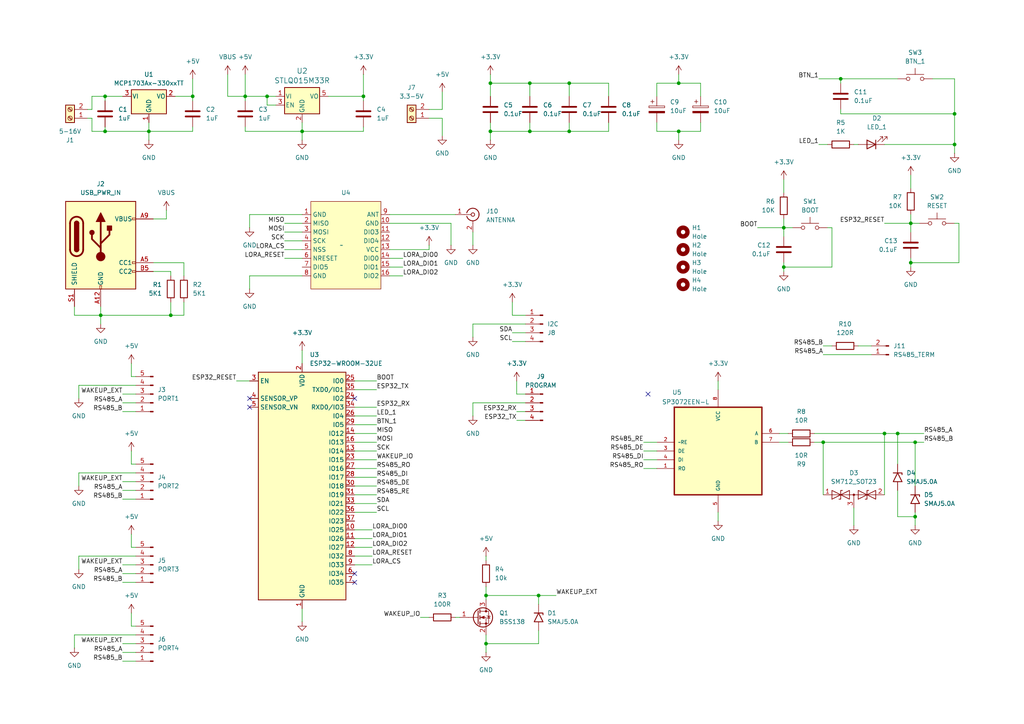
<source format=kicad_sch>
(kicad_sch (version 20250114) (generator "eeschema") (generator_version "9.0")
  (paper "A4")
  (title_block (title "Weather Station Controller Board") (date "2024-09-01") (rev "2.0.0") (company "Artichoke Technologies"))
  (junction (at 243.84 22.86))
  (junction (at 265.43 149.86))
  (junction (at 140.97 186.69))
  (junction (at 71.12 27.94))
  (junction (at 264.16 64.77))
  (junction (at 55.88 27.94))
  (junction (at 140.97 172.72))
  (junction (at 43.18 38.1))
  (junction (at 196.85 24.13))
  (junction (at 260.35 125.73))
  (junction (at 30.48 38.1))
  (junction (at 153.67 38.1))
  (junction (at 238.76 128.27))
  (junction (at 156.21 172.72))
  (junction (at 265.43 128.27))
  (junction (at 30.48 27.94))
  (junction (at 227.33 77.47))
  (junction (at 264.16 76.2))
  (junction (at 142.24 24.13))
  (junction (at 165.1 24.13))
  (junction (at 276.86 33.02))
  (junction (at 165.1 38.1))
  (junction (at 276.86 41.91))
  (junction (at 77.47 27.94))
  (junction (at 49.53 91.44))
  (junction (at 227.33 66.04))
  (junction (at 196.85 38.1))
  (junction (at 256.54 125.73))
  (junction (at 29.21 91.44))
  (junction (at 153.67 24.13))
  (junction (at 87.63 38.1))
  (junction (at 142.24 38.1))
  (junction (at 105.41 27.94))
  (no_connect (at 102.87 115.57))
  (no_connect (at 72.39 115.57))
  (no_connect (at 72.39 118.11))
  (no_connect (at 102.87 166.37))
  (no_connect (at 102.87 168.91))
  (no_connect (at 187.96 114.3))
  (wire (pts (xy 82.55 64.77) (xy 87.63 64.77)))
  (wire (pts (xy 156.21 182.88) (xy 156.21 186.69)))
  (wire (pts (xy 128.27 26.67) (xy 128.27 31.75)))
  (wire (pts (xy 165.1 24.13) (xy 176.53 24.13)))
  (wire (pts (xy 66.04 27.94) (xy 71.12 27.94)))
  (wire (pts (xy 35.56 114.3) (xy 39.37 114.3)))
  (wire (pts (xy 140.97 184.15) (xy 140.97 186.69)))
  (wire (pts (xy 49.53 78.74) (xy 49.53 80.01)))
  (wire (pts (xy 243.84 31.75) (xy 243.84 33.02)))
  (wire (pts (xy 38.1 177.8) (xy 38.1 181.61)))
  (wire (pts (xy 203.2 38.1) (xy 196.85 38.1)))
  (wire (pts (xy 102.87 110.49) (xy 109.22 110.49)))
  (wire (pts (xy 95.25 27.94) (xy 105.41 27.94)))
  (wire (pts (xy 140.97 172.72) (xy 156.21 172.72)))
  (wire (pts (xy 22.86 111.76) (xy 22.86 115.57)))
  (wire (pts (xy 105.41 27.94) (xy 105.41 29.21)))
  (wire (pts (xy 26.67 27.94) (xy 30.48 27.94)))
  (wire (pts (xy 137.16 116.84) (xy 137.16 120.65)))
  (wire (pts (xy 256.54 41.91) (xy 276.86 41.91)))
  (wire (pts (xy 165.1 24.13) (xy 165.1 27.94)))
  (wire (pts (xy 266.7 64.77) (xy 264.16 64.77)))
  (wire (pts (xy 264.16 64.77) (xy 264.16 67.31)))
  (wire (pts (xy 113.03 74.93) (xy 116.84 74.93)))
  (wire (pts (xy 256.54 125.73) (xy 256.54 143.51)))
  (wire (pts (xy 156.21 186.69) (xy 140.97 186.69)))
  (wire (pts (xy 22.86 137.16) (xy 22.86 140.97)))
  (wire (pts (xy 176.53 24.13) (xy 176.53 27.94)))
  (wire (pts (xy 260.35 125.73) (xy 267.97 125.73)))
  (wire (pts (xy 130.81 64.77) (xy 130.81 71.12)))
  (wire (pts (xy 77.47 30.48) (xy 77.47 27.94)))
  (wire (pts (xy 113.03 62.23) (xy 132.08 62.23)))
  (wire (pts (xy 30.48 27.94) (xy 35.56 27.94)))
  (wire (pts (xy 276.86 64.77) (xy 278.13 64.77)))
  (wire (pts (xy 124.46 71.12) (xy 124.46 72.39)))
  (wire (pts (xy 113.03 64.77) (xy 130.81 64.77)))
  (wire (pts (xy 113.03 72.39) (xy 124.46 72.39)))
  (wire (pts (xy 238.76 100.33) (xy 241.3 100.33)))
  (wire (pts (xy 82.55 69.85) (xy 87.63 69.85)))
  (wire (pts (xy 248.92 100.33) (xy 252.73 100.33)))
  (wire (pts (xy 35.56 191.77) (xy 39.37 191.77)))
  (wire (pts (xy 153.67 35.56) (xy 153.67 38.1)))
  (wire (pts (xy 44.45 63.5) (xy 48.26 63.5)))
  (wire (pts (xy 264.16 76.2) (xy 264.16 77.47)))
  (wire (pts (xy 140.97 172.72) (xy 140.97 173.99)))
  (wire (pts (xy 55.88 22.86) (xy 55.88 27.94)))
  (wire (pts (xy 39.37 111.76) (xy 22.86 111.76)))
  (wire (pts (xy 102.87 138.43) (xy 109.22 138.43)))
  (wire (pts (xy 132.08 179.07) (xy 133.35 179.07)))
  (wire (pts (xy 102.87 161.29) (xy 107.95 161.29)))
  (wire (pts (xy 186.69 133.35) (xy 190.5 133.35)))
  (wire (pts (xy 238.76 128.27) (xy 238.76 143.51)))
  (wire (pts (xy 71.12 36.83) (xy 71.12 38.1)))
  (wire (pts (xy 137.16 67.31) (xy 137.16 71.12)))
  (wire (pts (xy 226.06 125.73) (xy 228.6 125.73)))
  (wire (pts (xy 196.85 24.13) (xy 203.2 24.13)))
  (wire (pts (xy 87.63 62.23) (xy 72.39 62.23)))
  (wire (pts (xy 38.1 154.94) (xy 38.1 158.75)))
  (wire (pts (xy 30.48 38.1) (xy 43.18 38.1)))
  (wire (pts (xy 44.45 76.2) (xy 53.34 76.2)))
  (wire (pts (xy 276.86 33.02) (xy 276.86 41.91)))
  (wire (pts (xy 102.87 118.11) (xy 109.22 118.11)))
  (wire (pts (xy 29.21 91.44) (xy 29.21 93.98)))
  (wire (pts (xy 278.13 76.2) (xy 264.16 76.2)))
  (wire (pts (xy 186.69 135.89) (xy 190.5 135.89)))
  (wire (pts (xy 35.56 142.24) (xy 39.37 142.24)))
  (wire (pts (xy 142.24 38.1) (xy 142.24 40.64)))
  (wire (pts (xy 87.63 35.56) (xy 87.63 38.1)))
  (wire (pts (xy 276.86 22.86) (xy 276.86 33.02)))
  (wire (pts (xy 26.67 34.29) (xy 26.67 38.1)))
  (wire (pts (xy 226.06 128.27) (xy 228.6 128.27)))
  (wire (pts (xy 152.4 116.84) (xy 137.16 116.84)))
  (wire (pts (xy 227.33 66.04) (xy 227.33 68.58)))
  (wire (pts (xy 102.87 146.05) (xy 109.22 146.05)))
  (wire (pts (xy 113.03 77.47) (xy 116.84 77.47)))
  (wire (pts (xy 142.24 24.13) (xy 153.67 24.13)))
  (wire (pts (xy 237.49 41.91) (xy 240.03 41.91)))
  (wire (pts (xy 35.56 116.84) (xy 39.37 116.84)))
  (wire (pts (xy 30.48 27.94) (xy 30.48 29.21)))
  (wire (pts (xy 22.86 161.29) (xy 22.86 165.1)))
  (wire (pts (xy 49.53 91.44) (xy 53.34 91.44)))
  (wire (pts (xy 102.87 120.65) (xy 109.22 120.65)))
  (wire (pts (xy 264.16 64.77) (xy 256.54 64.77)))
  (wire (pts (xy 142.24 38.1) (xy 153.67 38.1)))
  (wire (pts (xy 49.53 87.63) (xy 49.53 91.44)))
  (wire (pts (xy 72.39 80.01) (xy 72.39 83.82)))
  (wire (pts (xy 186.69 130.81) (xy 190.5 130.81)))
  (wire (pts (xy 190.5 38.1) (xy 190.5 35.56)))
  (wire (pts (xy 87.63 101.6) (xy 87.63 105.41)))
  (wire (pts (xy 142.24 27.94) (xy 142.24 24.13)))
  (wire (pts (xy 35.56 119.38) (xy 39.37 119.38)))
  (wire (pts (xy 243.84 22.86) (xy 260.35 22.86)))
  (wire (pts (xy 260.35 149.86) (xy 265.43 149.86)))
  (wire (pts (xy 196.85 38.1) (xy 196.85 40.64)))
  (wire (pts (xy 241.3 77.47) (xy 227.33 77.47)))
  (wire (pts (xy 264.16 74.93) (xy 264.16 76.2)))
  (wire (pts (xy 53.34 76.2) (xy 53.34 80.01)))
  (wire (pts (xy 102.87 123.19) (xy 109.22 123.19)))
  (wire (pts (xy 48.26 63.5) (xy 48.26 60.96)))
  (wire (pts (xy 21.59 91.44) (xy 29.21 91.44)))
  (wire (pts (xy 265.43 128.27) (xy 265.43 140.97)))
  (wire (pts (xy 208.28 110.49) (xy 208.28 113.03)))
  (wire (pts (xy 71.12 27.94) (xy 77.47 27.94)))
  (wire (pts (xy 208.28 148.59) (xy 208.28 151.13)))
  (wire (pts (xy 247.65 147.32) (xy 247.65 152.4)))
  (wire (pts (xy 102.87 125.73) (xy 109.22 125.73)))
  (wire (pts (xy 124.46 34.29) (xy 128.27 34.29)))
  (wire (pts (xy 29.21 91.44) (xy 49.53 91.44)))
  (wire (pts (xy 26.67 31.75) (xy 26.67 27.94)))
  (wire (pts (xy 137.16 93.98) (xy 137.16 97.79)))
  (wire (pts (xy 21.59 88.9) (xy 21.59 91.44)))
  (wire (pts (xy 25.4 34.29) (xy 26.67 34.29)))
  (wire (pts (xy 264.16 50.8) (xy 264.16 54.61)))
  (wire (pts (xy 29.21 88.9) (xy 29.21 91.44)))
  (wire (pts (xy 190.5 24.13) (xy 196.85 24.13)))
  (wire (pts (xy 71.12 29.21) (xy 71.12 27.94)))
  (wire (pts (xy 227.33 66.04) (xy 219.71 66.04)))
  (wire (pts (xy 227.33 77.47) (xy 227.33 78.74)))
  (wire (pts (xy 55.88 36.83) (xy 55.88 38.1)))
  (wire (pts (xy 102.87 133.35) (xy 109.22 133.35)))
  (wire (pts (xy 142.24 38.1) (xy 142.24 35.56)))
  (wire (pts (xy 153.67 24.13) (xy 165.1 24.13)))
  (wire (pts (xy 39.37 137.16) (xy 22.86 137.16)))
  (wire (pts (xy 241.3 66.04) (xy 241.3 77.47)))
  (wire (pts (xy 102.87 148.59) (xy 109.22 148.59)))
  (wire (pts (xy 124.46 31.75) (xy 128.27 31.75)))
  (wire (pts (xy 102.87 140.97) (xy 109.22 140.97)))
  (wire (pts (xy 105.41 21.59) (xy 105.41 27.94)))
  (wire (pts (xy 227.33 66.04) (xy 227.33 63.5)))
  (wire (pts (xy 153.67 24.13) (xy 153.67 27.94)))
  (wire (pts (xy 148.59 87.63) (xy 148.59 91.44)))
  (wire (pts (xy 140.97 161.29) (xy 140.97 162.56)))
  (wire (pts (xy 38.1 181.61) (xy 39.37 181.61)))
  (wire (pts (xy 35.56 144.78) (xy 39.37 144.78)))
  (wire (pts (xy 55.88 27.94) (xy 55.88 29.21)))
  (wire (pts (xy 43.18 38.1) (xy 55.88 38.1)))
  (wire (pts (xy 265.43 149.86) (xy 265.43 152.4)))
  (wire (pts (xy 44.45 78.74) (xy 49.53 78.74)))
  (wire (pts (xy 25.4 31.75) (xy 26.67 31.75)))
  (wire (pts (xy 35.56 186.69) (xy 39.37 186.69)))
  (wire (pts (xy 35.56 139.7) (xy 39.37 139.7)))
  (wire (pts (xy 50.8 27.94) (xy 55.88 27.94)))
  (wire (pts (xy 128.27 34.29) (xy 128.27 39.37)))
  (wire (pts (xy 165.1 35.56) (xy 165.1 38.1)))
  (wire (pts (xy 148.59 96.52) (xy 152.4 96.52)))
  (wire (pts (xy 276.86 41.91) (xy 276.86 44.45)))
  (wire (pts (xy 260.35 125.73) (xy 260.35 134.62)))
  (wire (pts (xy 30.48 36.83) (xy 30.48 38.1)))
  (wire (pts (xy 43.18 38.1) (xy 43.18 40.64)))
  (wire (pts (xy 38.1 134.62) (xy 39.37 134.62)))
  (wire (pts (xy 102.87 143.51) (xy 109.22 143.51)))
  (wire (pts (xy 243.84 22.86) (xy 243.84 24.13)))
  (wire (pts (xy 196.85 21.59) (xy 196.85 24.13)))
  (wire (pts (xy 238.76 128.27) (xy 265.43 128.27)))
  (wire (pts (xy 39.37 184.15) (xy 21.59 184.15)))
  (wire (pts (xy 105.41 38.1) (xy 105.41 36.83)))
  (wire (pts (xy 102.87 113.03) (xy 109.22 113.03)))
  (wire (pts (xy 149.86 110.49) (xy 149.86 114.3)))
  (wire (pts (xy 156.21 172.72) (xy 156.21 175.26)))
  (wire (pts (xy 71.12 21.59) (xy 71.12 27.94)))
  (wire (pts (xy 102.87 163.83) (xy 107.95 163.83)))
  (wire (pts (xy 190.5 27.94) (xy 190.5 24.13)))
  (wire (pts (xy 186.69 128.27) (xy 190.5 128.27)))
  (wire (pts (xy 243.84 33.02) (xy 276.86 33.02)))
  (wire (pts (xy 35.56 163.83) (xy 39.37 163.83)))
  (wire (pts (xy 38.1 130.81) (xy 38.1 134.62)))
  (wire (pts (xy 236.22 128.27) (xy 238.76 128.27)))
  (wire (pts (xy 142.24 21.59) (xy 142.24 24.13)))
  (wire (pts (xy 87.63 176.53) (xy 87.63 180.34)))
  (wire (pts (xy 240.03 66.04) (xy 241.3 66.04)))
  (wire (pts (xy 203.2 24.13) (xy 203.2 27.94)))
  (wire (pts (xy 68.58 110.49) (xy 72.39 110.49)))
  (wire (pts (xy 148.59 99.06) (xy 152.4 99.06)))
  (wire (pts (xy 229.87 66.04) (xy 227.33 66.04)))
  (wire (pts (xy 152.4 119.38) (xy 149.86 119.38)))
  (wire (pts (xy 176.53 38.1) (xy 165.1 38.1)))
  (wire (pts (xy 113.03 80.01) (xy 116.84 80.01)))
  (wire (pts (xy 260.35 142.24) (xy 260.35 149.86)))
  (wire (pts (xy 71.12 38.1) (xy 87.63 38.1)))
  (wire (pts (xy 237.49 22.86) (xy 243.84 22.86)))
  (wire (pts (xy 38.1 158.75) (xy 39.37 158.75)))
  (wire (pts (xy 152.4 114.3) (xy 149.86 114.3)))
  (wire (pts (xy 38.1 109.22) (xy 39.37 109.22)))
  (wire (pts (xy 196.85 38.1) (xy 190.5 38.1)))
  (wire (pts (xy 227.33 52.07) (xy 227.33 55.88)))
  (wire (pts (xy 102.87 158.75) (xy 107.95 158.75)))
  (wire (pts (xy 72.39 62.23) (xy 72.39 66.04)))
  (wire (pts (xy 270.51 22.86) (xy 276.86 22.86)))
  (wire (pts (xy 77.47 27.94) (xy 80.01 27.94)))
  (wire (pts (xy 256.54 125.73) (xy 260.35 125.73)))
  (wire (pts (xy 43.18 38.1) (xy 43.18 35.56)))
  (wire (pts (xy 102.87 135.89) (xy 109.22 135.89)))
  (wire (pts (xy 152.4 91.44) (xy 148.59 91.44)))
  (wire (pts (xy 264.16 64.77) (xy 264.16 62.23)))
  (wire (pts (xy 203.2 35.56) (xy 203.2 38.1)))
  (wire (pts (xy 278.13 64.77) (xy 278.13 76.2)))
  (wire (pts (xy 121.92 179.07) (xy 124.46 179.07)))
  (wire (pts (xy 21.59 184.15) (xy 21.59 187.96)))
  (wire (pts (xy 152.4 121.92) (xy 149.86 121.92)))
  (wire (pts (xy 238.76 102.87) (xy 252.73 102.87)))
  (wire (pts (xy 176.53 35.56) (xy 176.53 38.1)))
  (wire (pts (xy 39.37 161.29) (xy 22.86 161.29)))
  (wire (pts (xy 152.4 93.98) (xy 137.16 93.98)))
  (wire (pts (xy 236.22 125.73) (xy 256.54 125.73)))
  (wire (pts (xy 82.55 72.39) (xy 87.63 72.39)))
  (wire (pts (xy 156.21 172.72) (xy 161.29 172.72)))
  (wire (pts (xy 66.04 21.59) (xy 66.04 27.94)))
  (wire (pts (xy 102.87 156.21) (xy 107.95 156.21)))
  (wire (pts (xy 82.55 67.31) (xy 87.63 67.31)))
  (wire (pts (xy 265.43 149.86) (xy 265.43 148.59)))
  (wire (pts (xy 87.63 38.1) (xy 105.41 38.1)))
  (wire (pts (xy 87.63 80.01) (xy 72.39 80.01)))
  (wire (pts (xy 102.87 128.27) (xy 109.22 128.27)))
  (wire (pts (xy 35.56 189.23) (xy 39.37 189.23)))
  (wire (pts (xy 87.63 40.64) (xy 87.63 38.1)))
  (wire (pts (xy 38.1 105.41) (xy 38.1 109.22)))
  (wire (pts (xy 247.65 41.91) (xy 248.92 41.91)))
  (wire (pts (xy 140.97 186.69) (xy 140.97 189.23)))
  (wire (pts (xy 35.56 166.37) (xy 39.37 166.37)))
  (wire (pts (xy 140.97 170.18) (xy 140.97 172.72)))
  (wire (pts (xy 35.56 168.91) (xy 39.37 168.91)))
  (wire (pts (xy 26.67 38.1) (xy 30.48 38.1)))
  (wire (pts (xy 53.34 91.44) (xy 53.34 87.63)))
  (wire (pts (xy 80.01 30.48) (xy 77.47 30.48)))
  (wire (pts (xy 102.87 130.81) (xy 109.22 130.81)))
  (wire (pts (xy 227.33 76.2) (xy 227.33 77.47)))
  (wire (pts (xy 102.87 153.67) (xy 107.95 153.67)))
  (wire (pts (xy 153.67 38.1) (xy 165.1 38.1)))
  (wire (pts (xy 265.43 128.27) (xy 267.97 128.27)))
  (wire (pts (xy 82.55 74.93) (xy 87.63 74.93)))
  (label "RS485_B" (at 35.56 119.38 180))
  (label "SCL" (at 109.22 148.59 0))
  (label "RS485_RE" (at 109.22 143.51 0))
  (label "LED_1" (at 109.22 120.65 0))
  (label "RS485_A" (at 35.56 189.23 180))
  (label "RS485_DE" (at 186.69 130.81 180))
  (label "RS485_B" (at 35.56 168.91 180))
  (label "LED_1" (at 237.49 41.91 180))
  (label "BTN_1" (at 109.22 123.19 0))
  (label "MISO" (at 82.55 64.77 180))
  (label "LORA_CS" (at 82.55 72.39 180))
  (label "WAKEUP_EXT" (at 161.29 172.72 0))
  (label "LORA_DIO1" (at 107.95 156.21 0))
  (label "RS485_A" (at 238.76 102.87 180))
  (label "RS485_A" (at 35.56 166.37 180))
  (label "ESP32_RESET" (at 68.58 110.49 180))
  (label "SCK" (at 82.55 69.85 180))
  (label "RS485_RO" (at 186.69 135.89 180))
  (label "LORA_RESET" (at 82.55 74.93 180))
  (label "RS485_A" (at 35.56 116.84 180))
  (label "LORA_DIO2" (at 116.84 80.01 0))
  (label "BTN_1" (at 237.49 22.86 180))
  (label "WAKEUP_EXT" (at 35.56 139.7 180))
  (label "RS485_A" (at 267.97 125.73 0))
  (label "RS485_DI" (at 186.69 133.35 180))
  (label "BOOT" (at 109.22 110.49 0))
  (label "RS485_RE" (at 186.69 128.27 180))
  (label "LORA_RESET" (at 107.95 161.29 0))
  (label "WAKEUP_EXT" (at 35.56 163.83 180))
  (label "LORA_DIO2" (at 107.95 158.75 0))
  (label "RS485_DE" (at 109.22 140.97 0))
  (label "SCL" (at 148.59 99.06 180))
  (label "WAKEUP_EXT" (at 35.56 186.69 180))
  (label "LORA_DIO1" (at 116.84 77.47 0))
  (label "BOOT" (at 219.71 66.04 180))
  (label "RS485_DI" (at 109.22 138.43 0))
  (label "LORA_DIO0" (at 116.84 74.93 0))
  (label "SDA" (at 148.59 96.52 180))
  (label "LORA_DIO0" (at 107.95 153.67 0))
  (label "ESP32_TX" (at 149.86 121.92 180))
  (label "ESP32_TX" (at 109.22 113.03 0))
  (label "SCK" (at 109.22 130.81 0))
  (label "ESP32_RESET" (at 256.54 64.77 180))
  (label "WAKEUP_EXT" (at 35.56 114.3 180))
  (label "ESP32_RX" (at 149.86 119.38 180))
  (label "SDA" (at 109.22 146.05 0))
  (label "RS485_B" (at 35.56 191.77 180))
  (label "RS485_B" (at 35.56 144.78 180))
  (label "WAKEUP_IO" (at 109.22 133.35 0))
  (label "RS485_B" (at 267.97 128.27 0))
  (label "LORA_CS" (at 107.95 163.83 0))
  (label "RS485_B" (at 238.76 100.33 180))
  (label "WAKEUP_IO" (at 121.92 179.07 180))
  (label "RS485_A" (at 35.56 142.24 180))
  (label "MISO" (at 109.22 125.73 0))
  (label "MOSI" (at 82.55 67.31 180))
  (label "MOSI" (at 109.22 128.27 0))
  (label "RS485_RO" (at 109.22 135.89 0))
  (label "ESP32_RX" (at 109.22 118.11 0))
  (symbol (lib_id "Connector:Conn_01x05_Pin") (at 44.45 163.83 180) (unit 1)
    (property "Reference" "J5" (at 45.72 162.5599 0) (effects (justify right)))
    (property "Value" "PORT3" (at 45.72 165.0999 0) (effects (justify right)))
    (property "Footprint" "Connector_JST:JST_XH_B5B-XH-A_1x05_P2.50mm_Vertical" (effects (hide yes)))
    (property "Description" "Generic connector, single row, 01x05, script generated" (effects (hide yes)))
  )
  (symbol (lib_id "power:+3.3V") (at 227.33 52.07 0) (mirror y) (unit 1)
    (property "Reference" "#PWR038" (effects (hide yes)))
    (property "Value" "+3.3V" (at 227.33 46.99 0))
    (property "Description" "Power symbol creates a global label with name \"+3.3V\"" (effects (hide yes)))
  )
  (symbol (lib_id "Mechanical:MountingHole") (at 198.12 72.39 0) (unit 1) (in_bom no)
    (property "Reference" "H2" (at 200.66 71.1199 0) (effects (justify left)))
    (property "Value" "Hole" (at 200.66 73.6599 0) (effects (justify left)))
    (property "Footprint" "MountingHole:MountingHole_3.5mm" (effects (hide yes)))
    (property "Description" "Mounting Hole without connection" (effects (hide yes)))
  )
  (symbol (lib_id "power:VBUS") (at 66.04 21.59 0) (unit 1)
    (property "Reference" "#PWR013" (effects (hide yes)))
    (property "Value" "VBUS" (at 66.04 16.51 0))
    (property "Description" "Power symbol creates a global label with name \"VBUS\"" (effects (hide yes)))
  )
  (symbol (lib_id "power:GND") (at 130.81 71.12 0) (unit 1)
    (property "Reference" "#PWR034" (effects (hide yes)))
    (property "Value" "GND" (at 130.81 76.2 0))
  )
  (symbol (lib_id "Diode:SMAJ5.0A") (at 260.35 138.43 270) (unit 1)
    (property "Reference" "D4" (at 262.89 137.1599 90) (effects (justify left)))
    (property "Value" "SMAJ5.0A" (at 262.89 139.6999 90) (effects (justify left)))
    (property "Footprint" "Diode_SMD:D_SMA" (effects (hide yes)))
    (property "Datasheet" "https://www.littelfuse.com/media?resourcetype=datasheets&itemid=75e32973-b177-4ee3-a0ff-cedaf1abdb93&filename=smaj-datasheet" (effects (hide yes)))
    (property "Description" "400W unidirectional Transient Voltage Suppressor, 5.0Vr, SMA(DO-214AC)" (effects (hide yes)))
  )
  (symbol (lib_id "Diode:SMAJ5.0A") (at 156.21 179.07 270) (unit 1)
    (property "Reference" "D1" (at 158.75 177.7999 90) (effects (justify left)))
    (property "Value" "SMAJ5.0A" (at 158.75 180.3399 90) (effects (justify left)))
    (property "Footprint" "Diode_SMD:D_SMA" (effects (hide yes)))
    (property "Datasheet" "https://www.littelfuse.com/media?resourcetype=datasheets&itemid=75e32973-b177-4ee3-a0ff-cedaf1abdb93&filename=smaj-datasheet" (effects (hide yes)))
    (property "Description" "400W unidirectional Transient Voltage Suppressor, 5.0Vr, SMA(DO-214AC)" (effects (hide yes)))
  )
  (symbol (lib_id "power:+5V") (at 38.1 177.8 0) (unit 1)
    (property "Reference" "#PWR09" (effects (hide yes)))
    (property "Value" "+5V" (at 38.1 172.72 0))
    (property "Description" "Power symbol creates a global label with name \"+5V\"" (effects (hide yes)))
  )
  (symbol (lib_id "power:GND") (at 22.86 165.1 0) (unit 1)
    (property "Reference" "#PWR03" (effects (hide yes)))
    (property "Value" "GND" (at 22.86 170.18 0))
    (property "Description" "Power symbol creates a global label with name \"GND\" , ground" (effects (hide yes)))
  )
  (symbol (lib_id "power:+3.3V") (at 264.16 50.8 0) (mirror y) (unit 1)
    (property "Reference" "#PWR040" (effects (hide yes)))
    (property "Value" "+3.3V" (at 264.16 45.72 0))
    (property "Description" "Power symbol creates a global label with name \"+3.3V\"" (effects (hide yes)))
  )
  (symbol (lib_id "SP3072EEN-L:SP3072EEN-L") (at 208.28 128.27 0) (unit 1)
    (property "Reference" "U5" (at 196.342 113.792 0))
    (property "Value" "SP3072EEN-L" (at 198.882 116.586 0))
    (property "Footprint" "Package_SO:SOIC-8_3.9x4.9mm_P1.27mm" (effects (hide yes)))
    (property "MF" "MaxLinear, Inc." (effects (hide yes)))
    (property "Description_1" "TRANSCEIVER RS-485 3V, SMD, 3072; Device Type:Differential; Interface Type:RS422, RS485; No. of Drivers:1; Supply Voltage Range:3V to 3.6V; Driver Case Style:SOIC; No. of Pins:8; Operating Temperature Range:-40°C to +85°C; Base Number:3072; Data Rate:250Kbps; Data Rate:250Kbps; IC Generic Number:3072; Interface:RS422, RS485; Interface Type:RS485; Line / Bus Driver / Receiver / Transceiver Type:Transceiver; Logic Function Number:3072; No. of Channels:1; No. of Receivers:1; No. of Transceivers:1; Operating Temperature Max:85°C; Operating Temperature Min:-40°C; Package / Case:NSOIC; Power Dissipation Pd:471mW; Power Dissipation Pd:471mW; Supply Current:0.8mA; Supply Voltage:3.3V; Supply Voltage Max:3.6V; Supply Voltage Min:3V; Termination Type:SMD; Voltage Vcc:6V" (effects (hide yes)))
    (property "PACKAGE" "SOIC-8" (effects (hide yes)))
    (property "MPN" "SP3072EEN-L" (effects (hide yes)))
    (property "Price" "None" (effects (hide yes)))
    (property "Package" "SOIC-8 Exar" (effects (hide yes)))
    (property "OC_FARNELL" "9386670" (effects (hide yes)))
    (property "SnapEDA_Link" "https://www.snapeda.com/parts/SP3072EEN-L/MaxLinear/view-part/?ref=snap" (effects (hide yes)))
    (property "MP" "SP3072EEN-L" (effects (hide yes)))
    (property "SUPPLIER" "Exar" (effects (hide yes)))
    (property "OC_NEWARK" "24R0134" (effects (hide yes)))
    (property "Availability" "In Stock" (effects (hide yes)))
    (property "Check_prices" "https://www.snapeda.com/parts/SP3072EEN-L/MaxLinear/view-part/?ref=eda" (effects (hide yes)))
  )
  (symbol (lib_id "Device:C") (at 30.48 33.02 0) (unit 1)
    (property "Reference" "C1" (at 34.29 31.7499 0) (effects (justify left)))
    (property "Value" "1uF" (at 34.29 34.2899 0) (effects (justify left)))
    (property "Footprint" "Capacitor_THT:C_Disc_D4.7mm_W2.5mm_P5.00mm" (effects (hide yes)))
    (property "Description" "Unpolarized capacitor" (effects (hide yes)))
  )
  (symbol (lib_id "power:GND") (at 87.63 180.34 0) (unit 1)
    (property "Reference" "#PWR019" (effects (hide yes)))
    (property "Value" "GND" (at 87.63 185.42 0))
    (property "Description" "Power symbol creates a global label with name \"GND\" , ground" (effects (hide yes)))
  )
  (symbol (lib_id "power:+3.3V") (at 148.59 87.63 0) (unit 1)
    (property "Reference" "#PWR028" (effects (hide yes)))
    (property "Value" "+3.3V" (at 148.59 82.55 0))
    (property "Description" "Power symbol creates a global label with name \"+3.3V\"" (effects (hide yes)))
  )
  (symbol (lib_id "power:+3.3V") (at 124.46 71.12 0) (unit 1)
    (property "Reference" "#PWR031" (effects (hide yes)))
    (property "Value" "+3.3V" (at 124.46 66.04 0))
  )
  (symbol (lib_id "Device:C") (at 165.1 31.75 0) (unit 1)
    (property "Reference" "C7" (at 168.91 30.4799 0) (effects (justify left)))
    (property "Value" "0.1uF" (at 168.91 33.0199 0) (effects (justify left)))
    (property "Footprint" "Capacitor_THT:C_Disc_D4.7mm_W2.5mm_P5.00mm" (effects (hide yes)))
    (property "Description" "Unpolarized capacitor" (effects (hide yes)))
  )
  (symbol (lib_id "Device:R") (at 243.84 41.91 90) (unit 1)
    (property "Reference" "R5" (at 243.84 35.56 90))
    (property "Value" "1K" (at 243.84 38.1 90))
    (property "Footprint" "Resistor_THT:R_Axial_DIN0207_L6.3mm_D2.5mm_P10.16mm_Horizontal" (effects (hide yes)))
    (property "Description" "Resistor" (effects (hide yes)))
  )
  (symbol (lib_id "power:GND") (at 265.43 152.4 0) (unit 1)
    (property "Reference" "#PWR044" (effects (hide yes)))
    (property "Value" "GND" (at 265.43 157.48 0))
    (property "Description" "Power symbol creates a global label with name \"GND\" , ground" (effects (hide yes)))
  )
  (symbol (lib_id "Connector:Screw_Terminal_01x02") (at 20.32 34.29 180) (unit 1)
    (property "Reference" "J1" (at 20.32 40.64 0))
    (property "Value" "5-16V" (at 20.32 38.1 0))
    (property "Footprint" "TerminalBlock:TerminalBlock_bornier-2_P5.08mm" (effects (hide yes)))
    (property "Description" "Generic screw terminal, single row, 01x02, script generated (kicad-library-utils/schlib/autogen/connector/)" (effects (hide yes)))
  )
  (symbol (lib_id "Device:R") (at 227.33 59.69 0) (mirror y) (unit 1)
    (property "Reference" "R6" (at 224.79 58.4199 0) (effects (justify left)))
    (property "Value" "10K" (at 224.79 60.9599 0) (effects (justify left)))
    (property "Footprint" "Resistor_THT:R_Axial_DIN0207_L6.3mm_D2.5mm_P10.16mm_Horizontal" (effects (hide yes)))
    (property "Description" "Resistor" (effects (hide yes)))
  )
  (symbol (lib_id "power:GND") (at 43.18 40.64 0) (unit 1)
    (property "Reference" "#PWR010" (effects (hide yes)))
    (property "Value" "GND" (at 43.18 45.72 0))
    (property "Description" "Power symbol creates a global label with name \"GND\" , ground" (effects (hide yes)))
  )
  (symbol (lib_id "Device:C") (at 176.53 31.75 0) (unit 1)
    (property "Reference" "C8" (at 180.34 30.4799 0) (effects (justify left)))
    (property "Value" "0.1uF" (at 180.34 33.0199 0) (effects (justify left)))
    (property "Footprint" "Capacitor_THT:C_Disc_D4.7mm_W2.5mm_P5.00mm" (effects (hide yes)))
    (property "Description" "Unpolarized capacitor" (effects (hide yes)))
  )
  (symbol (lib_id "Device:C") (at 105.41 33.02 0) (unit 1)
    (property "Reference" "C4" (at 109.22 31.7499 0) (effects (justify left)))
    (property "Value" "1uF" (at 109.22 34.2899 0) (effects (justify left)))
    (property "Footprint" "Capacitor_THT:C_Disc_D4.7mm_W2.5mm_P5.00mm" (effects (hide yes)))
    (property "Description" "Unpolarized capacitor" (effects (hide yes)))
  )
  (symbol (lib_id "Device:LED") (at 252.73 41.91 180) (unit 1)
    (property "Reference" "D2" (at 254.3175 34.29 0))
    (property "Value" "LED_1" (at 254.3175 36.83 0))
    (property "Footprint" "LED_THT:LED_D3.0mm_Horizontal_O3.81mm_Z2.0mm" (effects (hide yes)))
    (property "Description" "Light emitting diode" (effects (hide yes)))
  )
  (symbol (lib_id "power:+3.3V") (at 196.85 21.59 0) (unit 1)
    (property "Reference" "#PWR032" (effects (hide yes)))
    (property "Value" "+3.3V" (at 196.85 16.51 0))
    (property "Description" "Power symbol creates a global label with name \"+3.3V\"" (effects (hide yes)))
  )
  (symbol (lib_id "power:GND") (at 29.21 93.98 0) (unit 1)
    (property "Reference" "#PWR05" (effects (hide yes)))
    (property "Value" "GND" (at 29.21 99.06 0))
    (property "Description" "Power symbol creates a global label with name \"GND\" , ground" (effects (hide yes)))
  )
  (symbol (lib_id "Device:R") (at 128.27 179.07 270) (unit 1)
    (property "Reference" "R3" (at 128.27 172.72 90))
    (property "Value" "100R" (at 128.27 175.26 90))
    (property "Footprint" "Resistor_THT:R_Axial_DIN0207_L6.3mm_D2.5mm_P10.16mm_Horizontal" (effects (hide yes)))
    (property "Description" "Resistor" (effects (hide yes)))
  )
  (symbol (lib_id "power:+5V") (at 128.27 26.67 0) (unit 1)
    (property "Reference" "#PWR014" (effects (hide yes)))
    (property "Value" "+5V" (at 128.27 21.59 0))
    (property "Description" "Power symbol creates a global label with name \"+5V\"" (effects (hide yes)))
  )
  (symbol (lib_id "Mechanical:MountingHole") (at 198.12 82.55 0) (unit 1) (in_bom no)
    (property "Reference" "H4" (at 200.66 81.2799 0) (effects (justify left)))
    (property "Value" "Hole" (at 200.66 83.8199 0) (effects (justify left)))
    (property "Footprint" "MountingHole:MountingHole_3.5mm" (effects (hide yes)))
    (property "Description" "Mounting Hole without connection" (effects (hide yes)))
  )
  (symbol (lib_id "power:GND") (at 72.39 66.04 0) (unit 1)
    (property "Reference" "#PWR023" (effects (hide yes)))
    (property "Value" "GND" (at 72.39 71.12 0))
  )
  (symbol (lib_id "Device:C") (at 153.67 31.75 0) (unit 1)
    (property "Reference" "C6" (at 157.48 30.4799 0) (effects (justify left)))
    (property "Value" "0.1uF" (at 157.48 33.0199 0) (effects (justify left)))
    (property "Footprint" "Capacitor_THT:C_Disc_D4.7mm_W2.5mm_P5.00mm" (effects (hide yes)))
    (property "Description" "Unpolarized capacitor" (effects (hide yes)))
  )
  (symbol (lib_id "Device:C") (at 71.12 33.02 0) (unit 1)
    (property "Reference" "C3" (at 74.93 31.7499 0) (effects (justify left)))
    (property "Value" "1uF" (at 74.93 34.2899 0) (effects (justify left)))
    (property "Footprint" "Capacitor_THT:C_Disc_D4.7mm_W2.5mm_P5.00mm" (effects (hide yes)))
    (property "Description" "Unpolarized capacitor" (effects (hide yes)))
  )
  (symbol (lib_id "Switch:SW_Push") (at 271.78 64.77 0) (mirror y) (unit 1)
    (property "Reference" "SW2" (at 271.78 57.15 0))
    (property "Value" "RESET" (at 271.78 59.69 0))
    (property "Footprint" "push_switch_90deg:SW_1-1825027-1" (effects (hide yes)))
    (property "Description" "Push button switch, generic, two pins" (effects (hide yes)))
  )
  (symbol (lib_id "Mechanical:MountingHole") (at 198.12 67.31 0) (unit 1) (in_bom no)
    (property "Reference" "H1" (at 200.66 66.0399 0) (effects (justify left)))
    (property "Value" "Hole" (at 200.66 68.5799 0) (effects (justify left)))
    (property "Footprint" "MountingHole:MountingHole_3.5mm" (effects (hide yes)))
    (property "Description" "Mounting Hole without connection" (effects (hide yes)))
  )
  (symbol (lib_id "power:GND") (at 137.16 71.12 0) (unit 1)
    (property "Reference" "#PWR035" (effects (hide yes)))
    (property "Value" "GND" (at 137.16 76.2 0))
  )
  (symbol (lib_id "power:+5V") (at 71.12 21.59 0) (unit 1)
    (property "Reference" "#PWR016" (effects (hide yes)))
    (property "Value" "+5V" (at 71.12 16.51 0))
    (property "Description" "Power symbol creates a global label with name \"+5V\"" (effects (hide yes)))
  )
  (symbol (lib_id "power:VBUS") (at 48.26 60.96 0) (unit 1)
    (property "Reference" "#PWR011" (effects (hide yes)))
    (property "Value" "VBUS" (at 48.26 55.88 0))
    (property "Description" "Power symbol creates a global label with name \"VBUS\"" (effects (hide yes)))
  )
  (symbol (lib_id "power:GND") (at 227.33 78.74 0) (mirror y) (unit 1)
    (property "Reference" "#PWR039" (effects (hide yes)))
    (property "Value" "GND" (at 227.33 83.82 0))
    (property "Description" "Power symbol creates a global label with name \"GND\" , ground" (effects (hide yes)))
  )
  (symbol (lib_id "Device:R") (at 232.41 128.27 90) (unit 1)
    (property "Reference" "R9" (at 232.41 134.62 90))
    (property "Value" "10R" (at 232.41 132.08 90))
    (property "Footprint" "Resistor_THT:R_Axial_DIN0207_L6.3mm_D2.5mm_P10.16mm_Horizontal" (effects (hide yes)))
    (property "Description" "Resistor" (effects (hide yes)))
  )
  (symbol (lib_id "STLQ015M33R:STLQ015M33R") (at 87.63 29.21 0) (unit 1)
    (property "Reference" "U2" (at 87.63 20.574 0) (effects (font (size 1.524 1.524))))
    (property "Value" "STLQ015M33R" (at 87.63 23.368 0) (effects (font (size 1.524 1.524))))
    (property "Footprint" "Package_TO_SOT_SMD:SOT-23-5_HandSoldering" (effects (hide yes)))
    (property "Datasheet" "STLQ015M33R" (effects (hide yes)))
  )
  (symbol (lib_id "power:GND") (at 21.59 187.96 0) (unit 1)
    (property "Reference" "#PWR04" (effects (hide yes)))
    (property "Value" "GND" (at 21.59 193.04 0))
    (property "Description" "Power symbol creates a global label with name \"GND\" , ground" (effects (hide yes)))
  )
  (symbol (lib_id "power:+3.3V") (at 208.28 110.49 0) (unit 1)
    (property "Reference" "#PWR036" (effects (hide yes)))
    (property "Value" "+3.3V" (at 208.28 105.41 0))
    (property "Description" "Power symbol creates a global label with name \"+3.3V\"" (effects (hide yes)))
  )
  (symbol (lib_id "Diode:SM712_SOT23") (at 247.65 143.51 0) (unit 1)
    (property "Reference" "D3" (at 247.65 137.16 0))
    (property "Value" "SM712_SOT23" (at 247.65 139.7 0))
    (property "Footprint" "Package_TO_SOT_SMD:SOT-23" (effects (hide yes)))
    (property "Datasheet" "https://www.littelfuse.com/~/media/electronics/datasheets/tvs_diode_arrays/littelfuse_tvs_diode_array_sm712_datasheet.pdf.pdf" (effects (hide yes)))
    (property "Description" "7V/12V, 600W Asymmetrical TVS Diode Array, SOT-23" (effects (hide yes)))
  )
  (symbol (lib_id "Device:R") (at 264.16 58.42 0) (mirror y) (unit 1)
    (property "Reference" "R7" (at 261.62 57.1499 0) (effects (justify left)))
    (property "Value" "10K" (at 261.62 59.6899 0) (effects (justify left)))
    (property "Footprint" "Resistor_THT:R_Axial_DIN0207_L6.3mm_D2.5mm_P10.16mm_Horizontal" (effects (hide yes)))
    (property "Description" "Resistor" (effects (hide yes)))
  )
  (symbol (lib_id "power:+5V") (at 38.1 105.41 0) (unit 1)
    (property "Reference" "#PWR06" (effects (hide yes)))
    (property "Value" "+5V" (at 38.1 100.33 0))
    (property "Description" "Power symbol creates a global label with name \"+5V\"" (effects (hide yes)))
  )
  (symbol (lib_id "power:GND") (at 22.86 115.57 0) (unit 1)
    (property "Reference" "#PWR01" (effects (hide yes)))
    (property "Value" "GND" (at 22.86 120.65 0))
    (property "Description" "Power symbol creates a global label with name \"GND\" , ground" (effects (hide yes)))
  )
  (symbol (lib_id "Device:C_Polarized") (at 203.2 31.75 0) (unit 1)
    (property "Reference" "C10" (at 207.01 29.5909 0) (effects (justify left)))
    (property "Value" "10uF" (at 207.01 32.1309 0) (effects (justify left)))
    (property "Footprint" "Capacitor_THT:CP_Radial_D5.0mm_P2.50mm" (effects (hide yes)))
    (property "Description" "Polarized capacitor" (effects (hide yes)))
  )
  (symbol (lib_id "RF_Module:ESP32-WROOM-32UE") (at 87.63 140.97 0) (unit 1)
    (property "Reference" "U3" (at 89.8241 102.87 0) (effects (justify left)))
    (property "Value" "ESP32-WROOM-32UE" (at 89.8241 105.41 0) (effects (justify left)))
    (property "Footprint" "RF_Module:ESP32-WROOM-32UE" (effects (hide yes)))
    (property "Datasheet" "https://www.espressif.com/sites/default/files/documentation/esp32-wroom-32e_esp32-wroom-32ue_datasheet_en.pdf" (effects (hide yes)))
    (property "Description" "RF Module, ESP32-D0WD-V3 SoC, without PSRAM, Wi-Fi 802.11b/g/n, Bluetooth, BLE, 32-bit, 2.7-3.6V, external antenna, SMD" (effects (hide yes)))
  )
  (symbol (lib_id "power:GND") (at 22.86 140.97 0) (unit 1)
    (property "Reference" "#PWR02" (effects (hide yes)))
    (property "Value" "GND" (at 22.86 146.05 0))
    (property "Description" "Power symbol creates a global label with name \"GND\" , ground" (effects (hide yes)))
  )
  (symbol (lib_id "power:GND") (at 137.16 97.79 0) (unit 1)
    (property "Reference" "#PWR029" (effects (hide yes)))
    (property "Value" "GND" (at 137.16 102.87 0))
    (property "Description" "Power symbol creates a global label with name \"GND\" , ground" (effects (hide yes)))
  )
  (symbol (lib_id "Connector:Screw_Terminal_01x02") (at 119.38 34.29 180) (unit 1)
    (property "Reference" "J7" (at 119.38 25.4 0))
    (property "Value" "3.3-5V" (at 119.38 27.94 0))
    (property "Footprint" "TerminalBlock:TerminalBlock_bornier-2_P5.08mm" (effects (hide yes)))
    (property "Description" "Generic screw terminal, single row, 01x02, script generated (kicad-library-utils/schlib/autogen/connector/)" (effects (hide yes)))
  )
  (symbol (lib_id "Device:R") (at 140.97 166.37 0) (unit 1)
    (property "Reference" "R4" (at 143.51 165.0999 0) (effects (justify left)))
    (property "Value" "10k" (at 143.51 167.6399 0) (effects (justify left)))
    (property "Footprint" "Resistor_THT:R_Axial_DIN0207_L6.3mm_D2.5mm_P10.16mm_Horizontal" (effects (hide yes)))
    (property "Description" "Resistor" (effects (hide yes)))
  )
  (symbol (lib_id "Transistor_FET:BSS138") (at 138.43 179.07 0) (unit 1)
    (property "Reference" "Q1" (at 144.78 177.7999 0) (effects (justify left)))
    (property "Value" "BSS138" (at 144.78 180.3399 0) (effects (justify left)))
    (property "Footprint" "Package_TO_SOT_SMD:SOT-23" (effects (hide yes)))
    (property "Datasheet" "https://www.onsemi.com/pub/Collateral/BSS138-D.PDF" (effects (hide yes)))
    (property "Description" "50V Vds, 0.22A Id, N-Channel MOSFET, SOT-23" (effects (hide yes)))
  )
  (symbol (lib_id "Connector:Conn_01x02_Pin") (at 257.81 102.87 180) (unit 1)
    (property "Reference" "J11" (at 259.08 100.3299 0) (effects (justify right)))
    (property "Value" "RS485_TERM" (at 259.08 102.8699 0) (effects (justify right)))
    (property "Footprint" "Connector_PinHeader_2.54mm:PinHeader_1x02_P2.54mm_Horizontal" (effects (hide yes)))
    (property "Description" "Generic connector, single row, 01x02, script generated" (effects (hide yes)))
  )
  (symbol (lib_id "power:+5V") (at 38.1 154.94 0) (unit 1)
    (property "Reference" "#PWR08" (effects (hide yes)))
    (property "Value" "+5V" (at 38.1 149.86 0))
    (property "Description" "Power symbol creates a global label with name \"+5V\"" (effects (hide yes)))
  )
  (symbol (lib_id "Device:C") (at 142.24 31.75 0) (unit 1)
    (property "Reference" "C5" (at 146.05 30.4799 0) (effects (justify left)))
    (property "Value" "0.1uF" (at 146.05 33.0199 0) (effects (justify left)))
    (property "Footprint" "Capacitor_THT:C_Disc_D4.7mm_W2.5mm_P5.00mm" (effects (hide yes)))
    (property "Description" "Unpolarized capacitor" (effects (hide yes)))
  )
  (symbol (lib_id "Connector:Conn_Coaxial") (at 137.16 62.23 0) (unit 1)
    (property "Reference" "J10" (at 140.97 61.2532 0) (effects (justify left)))
    (property "Value" "ANTENNA" (at 140.97 63.7932 0) (effects (justify left)))
    (property "Footprint" "Connector_Coaxial:SMA_Amphenol_901-143_Horizontal" (effects (hide yes)))
    (property "Datasheet" " ~" (effects (hide yes)))
  )
  (symbol (lib_id "power:+3.3V") (at 87.63 101.6 0) (unit 1)
    (property "Reference" "#PWR018" (effects (hide yes)))
    (property "Value" "+3.3V" (at 87.63 96.52 0))
    (property "Description" "Power symbol creates a global label with name \"+3.3V\"" (effects (hide yes)))
  )
  (symbol (lib_id "Connector:USB_C_Receptacle_PowerOnly_6P") (at 29.21 71.12 0) (unit 1)
    (property "Reference" "J2" (at 29.21 53.34 0))
    (property "Value" "USB_PWR_IN" (at 29.21 55.88 0))
    (property "Footprint" "Connector_USB:USB_C_Receptacle_GCT_USB4125-xx-x-0190_6P_TopMnt_Horizontal" (effects (hide yes)))
    (property "Datasheet" "https://www.usb.org/sites/default/files/documents/usb_type-c.zip" (effects (hide yes)))
    (property "Description" "USB Power-Only 6P Type-C Receptacle connector" (effects (hide yes)))
  )
  (symbol (lib_id "Connector:Conn_01x04_Pin") (at 157.48 116.84 0) (mirror y) (unit 1)
    (property "Reference" "J9" (at 156.845 109.22 0))
    (property "Value" "PROGRAM" (at 156.845 111.76 0))
    (property "Footprint" "Connector_PinHeader_2.54mm:PinHeader_1x04_P2.54mm_Vertical" (effects (hide yes)))
    (property "Description" "Generic connector, single row, 01x04, script generated" (effects (hide yes)))
  )
  (symbol (lib_id "power:GND") (at 276.86 44.45 0) (unit 1)
    (property "Reference" "#PWR042" (effects (hide yes)))
    (property "Value" "GND" (at 276.86 49.53 0))
    (property "Description" "Power symbol creates a global label with name \"GND\" , ground" (effects (hide yes)))
  )
  (symbol (lib_id "power:GND") (at 264.16 77.47 0) (mirror y) (unit 1)
    (property "Reference" "#PWR041" (effects (hide yes)))
    (property "Value" "GND" (at 264.16 82.55 0))
    (property "Description" "Power symbol creates a global label with name \"GND\" , ground" (effects (hide yes)))
  )
  (symbol (lib_id "Device:C") (at 264.16 71.12 0) (mirror y) (unit 1)
    (property "Reference" "C13" (at 260.35 69.8499 0) (effects (justify left)))
    (property "Value" "0.1uF" (at 260.35 72.3899 0) (effects (justify left)))
    (property "Footprint" "Capacitor_THT:C_Disc_D4.7mm_W2.5mm_P5.00mm" (effects (hide yes)))
    (property "Description" "Unpolarized capacitor" (effects (hide yes)))
  )
  (symbol (lib_id "power:+3.3V") (at 149.86 110.49 0) (mirror y) (unit 1)
    (property "Reference" "#PWR030" (effects (hide yes)))
    (property "Value" "+3.3V" (at 149.86 105.41 0))
    (property "Description" "Power symbol creates a global label with name \"+3.3V\"" (effects (hide yes)))
  )
  (symbol (lib_id "Connector:Conn_01x05_Pin") (at 44.45 114.3 180) (unit 1)
    (property "Reference" "J3" (at 45.72 113.0299 0) (effects (justify right)))
    (property "Value" "PORT1" (at 45.72 115.5699 0) (effects (justify right)))
    (property "Footprint" "Connector_JST:JST_XH_B5B-XH-A_1x05_P2.50mm_Vertical" (effects (hide yes)))
    (property "Description" "Generic connector, single row, 01x05, script generated" (effects (hide yes)))
  )
  (symbol (lib_id "Connector:Conn_01x04_Pin") (at 157.48 93.98 0) (mirror y) (unit 1)
    (property "Reference" "J8" (at 158.75 96.5201 0) (effects (justify right)))
    (property "Value" "I2C" (at 158.75 93.9801 0) (effects (justify right)))
    (property "Footprint" "Connector_PinHeader_2.54mm:PinHeader_1x04_P2.54mm_Vertical" (effects (hide yes)))
    (property "Description" "Generic connector, single row, 01x04, script generated" (effects (hide yes)))
  )
  (symbol (lib_id "Device:C_Polarized") (at 190.5 31.75 0) (unit 1)
    (property "Reference" "C9" (at 194.31 29.5909 0) (effects (justify left)))
    (property "Value" "10uF" (at 194.31 32.1309 0) (effects (justify left)))
    (property "Footprint" "Capacitor_THT:CP_Radial_D5.0mm_P2.50mm" (effects (hide yes)))
    (property "Description" "Polarized capacitor" (effects (hide yes)))
  )
  (symbol (lib_id "power:GND") (at 208.28 151.13 0) (unit 1)
    (property "Reference" "#PWR037" (effects (hide yes)))
    (property "Value" "GND" (at 208.28 156.21 0))
    (property "Description" "Power symbol creates a global label with name \"GND\" , ground" (effects (hide yes)))
  )
  (symbol (lib_id "power:GND") (at 137.16 120.65 0) (mirror y) (unit 1)
    (property "Reference" "#PWR025" (effects (hide yes)))
    (property "Value" "GND" (at 137.16 125.73 0))
    (property "Description" "Power symbol creates a global label with name \"GND\" , ground" (effects (hide yes)))
  )
  (symbol (lib_id "Device:C") (at 227.33 72.39 0) (mirror y) (unit 1)
    (property "Reference" "C12" (at 223.52 71.1199 0) (effects (justify left)))
    (property "Value" "0.1uF" (at 223.52 73.6599 0) (effects (justify left)))
    (property "Footprint" "Capacitor_THT:C_Disc_D4.7mm_W2.5mm_P5.00mm" (effects (hide yes)))
    (property "Description" "Unpolarized capacitor" (effects (hide yes)))
  )
  (symbol (lib_id "Mechanical:MountingHole") (at 198.12 77.47 0) (unit 1) (in_bom no)
    (property "Reference" "H3" (at 200.66 76.1999 0) (effects (justify left)))
    (property "Value" "Hole" (at 200.66 78.7399 0) (effects (justify left)))
    (property "Footprint" "MountingHole:MountingHole_3.5mm" (effects (hide yes)))
    (property "Description" "Mounting Hole without connection" (effects (hide yes)))
  )
  (symbol (lib_id "power:+3.3V") (at 142.24 21.59 0) (unit 1)
    (property "Reference" "#PWR021" (effects (hide yes)))
    (property "Value" "+3.3V" (at 142.24 16.51 0))
    (property "Description" "Power symbol creates a global label with name \"+3.3V\"" (effects (hide yes)))
  )
  (symbol (lib_id "Device:R") (at 49.53 83.82 0) (mirror y) (unit 1)
    (property "Reference" "R1" (at 46.99 82.5499 0) (effects (justify left)))
    (property "Value" "5K1" (at 46.99 85.0899 0) (effects (justify left)))
    (property "Footprint" "Resistor_THT:R_Axial_DIN0207_L6.3mm_D2.5mm_P10.16mm_Horizontal" (effects (hide yes)))
    (property "Description" "Resistor" (effects (hide yes)))
  )
  (symbol (lib_id "power:+5V") (at 55.88 22.86 0) (unit 1)
    (property "Reference" "#PWR012" (effects (hide yes)))
    (property "Value" "+5V" (at 55.88 17.78 0))
    (property "Description" "Power symbol creates a global label with name \"+5V\"" (effects (hide yes)))
  )
  (symbol (lib_id "Device:R") (at 245.11 100.33 90) (unit 1)
    (property "Reference" "R10" (at 245.11 93.98 90))
    (property "Value" "120R" (at 245.11 96.52 90))
    (property "Footprint" "Resistor_THT:R_Axial_DIN0207_L6.3mm_D2.5mm_P10.16mm_Horizontal" (effects (hide yes)))
    (property "Description" "Resistor" (effects (hide yes)))
  )
  (symbol (lib_id "Regulator_Linear:MCP1703Ax-330xxTT") (at 43.18 27.94 0) (unit 1)
    (property "Reference" "U1" (at 43.18 21.59 0))
    (property "Value" "MCP1703Ax-330xxTT" (at 43.18 24.13 0))
    (property "Footprint" "Package_TO_SOT_SMD:SOT-23" (effects (hide yes)))
    (property "Datasheet" "http://ww1.microchip.com/downloads/en/DeviceDoc/20005122B.pdf" (effects (hide yes)))
    (property "Description" "Low Quiescent Current LDO Regulator, 3.3V, 250mA, Vin<=16V, SOT-23" (effects (hide yes)))
  )
  (symbol (lib_id "power:GND") (at 128.27 39.37 0) (unit 1)
    (property "Reference" "#PWR015" (effects (hide yes)))
    (property "Value" "GND" (at 128.27 44.45 0))
    (property "Description" "Power symbol creates a global label with name \"GND\" , ground" (effects (hide yes)))
  )
  (symbol (lib_id "power:+5V") (at 140.97 161.29 0) (unit 1)
    (property "Reference" "#PWR026" (effects (hide yes)))
    (property "Value" "+5V" (at 140.97 156.21 0))
    (property "Description" "Power symbol creates a global label with name \"+5V\"" (effects (hide yes)))
  )
  (symbol (lib_id "power:GND") (at 140.97 189.23 0) (unit 1)
    (property "Reference" "#PWR027" (effects (hide yes)))
    (property "Value" "GND" (at 140.97 194.31 0))
    (property "Description" "Power symbol creates a global label with name \"GND\" , ground" (effects (hide yes)))
  )
  (symbol (lib_id "power:+5V") (at 38.1 130.81 0) (unit 1)
    (property "Reference" "#PWR07" (effects (hide yes)))
    (property "Value" "+5V" (at 38.1 125.73 0))
    (property "Description" "Power symbol creates a global label with name \"+5V\"" (effects (hide yes)))
  )
  (symbol (lib_id "Device:R") (at 232.41 125.73 90) (unit 1)
    (property "Reference" "R8" (at 232.41 119.38 90))
    (property "Value" "10R" (at 232.41 121.92 90))
    (property "Footprint" "Resistor_THT:R_Axial_DIN0207_L6.3mm_D2.5mm_P10.16mm_Horizontal" (effects (hide yes)))
    (property "Description" "Resistor" (effects (hide yes)))
  )
  (symbol (lib_id "Switch:SW_Push") (at 265.43 22.86 0) (unit 1)
    (property "Reference" "SW3" (at 265.43 15.24 0))
    (property "Value" "BTN_1" (at 265.43 17.78 0))
    (property "Footprint" "push_switch_90deg:SW_1-1825027-1" (effects (hide yes)))
    (property "Description" "Push button switch, generic, two pins" (effects (hide yes)))
  )
  (symbol (lib_id "power:GND") (at 142.24 40.64 0) (unit 1)
    (property "Reference" "#PWR022" (effects (hide yes)))
    (property "Value" "GND" (at 142.24 45.72 0))
    (property "Description" "Power symbol creates a global label with name \"GND\" , ground" (effects (hide yes)))
  )
  (symbol (lib_id "Connector:Conn_01x05_Pin") (at 44.45 139.7 180) (unit 1)
    (property "Reference" "J4" (at 45.72 138.4299 0) (effects (justify right)))
    (property "Value" "PORT2" (at 45.72 140.9699 0) (effects (justify right)))
    (property "Footprint" "Connector_JST:JST_XH_B5B-XH-A_1x05_P2.50mm_Vertical" (effects (hide yes)))
    (property "Description" "Generic connector, single row, 01x05, script generated" (effects (hide yes)))
  )
  (symbol (lib_name "SX1276_module_1") (lib_id "SX127x_modules:SX1276_module") (at 100.33 71.12 0) (unit 1)
    (property "Reference" "U4" (at 100.33 55.88 0))
    (property "Value" "~" (at 99.06 71.12 0))
    (property "Footprint" "RF_Module:HOPERF_RFM9XW_SMD" (effects (hide yes)))
    (property "Datasheet" "https://www.nicerf.com/item/sx1276-lora-module-lora1276" (effects (hide yes)))
  )
  (symbol (lib_id "power:+3.3V") (at 105.41 21.59 0) (unit 1)
    (property "Reference" "#PWR020" (effects (hide yes)))
    (property "Value" "+3.3V" (at 105.41 16.51 0))
    (property "Description" "Power symbol creates a global label with name \"+3.3V\"" (effects (hide yes)))
  )
  (symbol (lib_id "Connector:Conn_01x05_Pin") (at 44.45 186.69 180) (unit 1)
    (property "Reference" "J6" (at 45.72 185.4199 0) (effects (justify right)))
    (property "Value" "PORT4" (at 45.72 187.9599 0) (effects (justify right)))
    (property "Footprint" "Connector_JST:JST_XH_B5B-XH-A_1x05_P2.50mm_Vertical" (effects (hide yes)))
    (property "Description" "Generic connector, single row, 01x05, script generated" (effects (hide yes)))
  )
  (symbol (lib_id "Switch:SW_Push") (at 234.95 66.04 0) (mirror y) (unit 1)
    (property "Reference" "SW1" (at 234.95 58.42 0))
    (property "Value" "BOOT" (at 234.95 60.96 0))
    (property "Footprint" "push_switch_90deg:SW_1-1825027-1" (effects (hide yes)))
    (property "Description" "Push button switch, generic, two pins" (effects (hide yes)))
  )
  (symbol (lib_id "Device:R") (at 53.34 83.82 0) (unit 1)
    (property "Reference" "R2" (at 55.88 82.5499 0) (effects (justify left)))
    (property "Value" "5K1" (at 55.88 85.0899 0) (effects (justify left)))
    (property "Footprint" "Resistor_THT:R_Axial_DIN0207_L6.3mm_D2.5mm_P10.16mm_Horizontal" (effects (hide yes)))
    (property "Description" "Resistor" (effects (hide yes)))
  )
  (symbol (lib_id "Diode:SMAJ5.0A") (at 265.43 144.78 270) (unit 1)
    (property "Reference" "D5" (at 267.97 143.5099 90) (effects (justify left)))
    (property "Value" "SMAJ5.0A" (at 267.97 146.0499 90) (effects (justify left)))
    (property "Footprint" "Diode_SMD:D_SMA" (effects (hide yes)))
    (property "Datasheet" "https://www.littelfuse.com/media?resourcetype=datasheets&itemid=75e32973-b177-4ee3-a0ff-cedaf1abdb93&filename=smaj-datasheet" (effects (hide yes)))
    (property "Description" "400W unidirectional Transient Voltage Suppressor, 5.0Vr, SMA(DO-214AC)" (effects (hide yes)))
  )
  (symbol (lib_id "power:GND") (at 72.39 83.82 0) (unit 1)
    (property "Reference" "#PWR024" (effects (hide yes)))
    (property "Value" "GND" (at 72.39 88.9 0))
  )
  (symbol (lib_id "power:GND") (at 196.85 40.64 0) (unit 1)
    (property "Reference" "#PWR033" (effects (hide yes)))
    (property "Value" "GND" (at 196.85 45.72 0))
    (property "Description" "Power symbol creates a global label with name \"GND\" , ground" (effects (hide yes)))
  )
  (symbol (lib_id "power:GND") (at 247.65 152.4 0) (unit 1)
    (property "Reference" "#PWR043" (effects (hide yes)))
    (property "Value" "GND" (at 247.65 157.48 0))
    (property "Description" "Power symbol creates a global label with name \"GND\" , ground" (effects (hide yes)))
  )
  (symbol (lib_id "Device:C") (at 55.88 33.02 0) (unit 1)
    (property "Reference" "C2" (at 59.69 31.7499 0) (effects (justify left)))
    (property "Value" "1uF" (at 59.69 34.2899 0) (effects (justify left)))
    (property "Footprint" "Capacitor_THT:C_Disc_D4.7mm_W2.5mm_P5.00mm" (effects (hide yes)))
    (property "Description" "Unpolarized capacitor" (effects (hide yes)))
  )
  (symbol (lib_id "Device:C") (at 243.84 27.94 0) (unit 1)
    (property "Reference" "C11" (at 247.65 26.6699 0) (effects (justify left)))
    (property "Value" "0.1uF" (at 247.65 29.2099 0) (effects (justify left)))
    (property "Footprint" "Capacitor_THT:C_Disc_D4.7mm_W2.5mm_P5.00mm" (effects (hide yes)))
    (property "Description" "Unpolarized capacitor" (effects (hide yes)))
  )
  (symbol (lib_id "power:GND") (at 87.63 40.64 0) (unit 1)
    (property "Reference" "#PWR017" (effects (hide yes)))
    (property "Value" "GND" (at 87.63 45.72 0))
    (property "Description" "Power symbol creates a global label with name \"GND\" , ground" (effects (hide yes)))
  )
)
</source>
